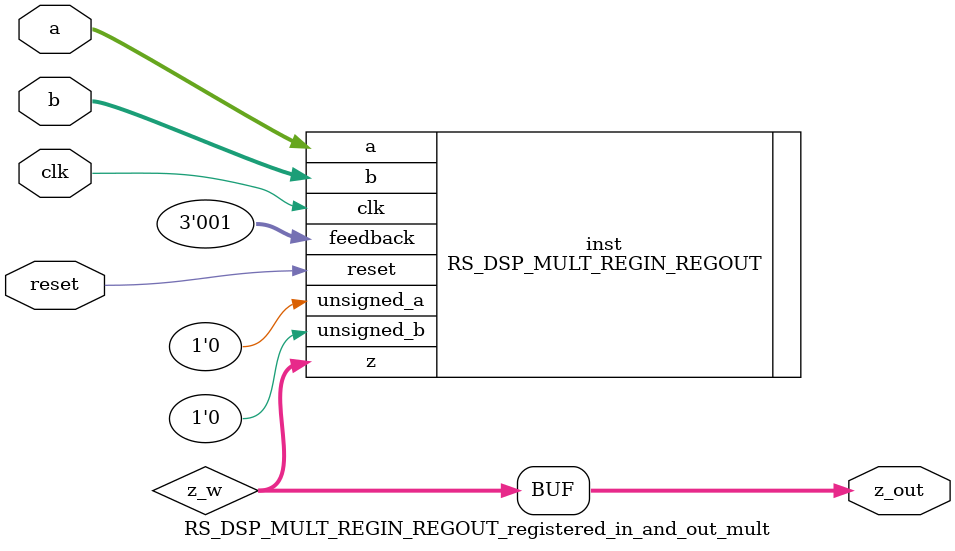
<source format=v>
module RS_DSP_MULT_REGIN_REGOUT_registered_in_and_out_mult (
    input wire clk, reset,
	input  wire [19:0] a,
    input  wire [17:0] b,
    output wire [37:0] z_out
    );

    parameter [79:0] MODE_BITS = 80'd0;
    
    wire [37:0] z_w;

	RS_DSP_MULT_REGIN_REGOUT #(
    .MODE_BITS(80'h00000000000000000000)) 
        inst(.a(a), .b(b), .z(z_w),. clk(clk), .reset(reset) ,. feedback(3'd1), .unsigned_a(1'b0), .unsigned_b(1'b0));
	
    assign z_out = z_w;

endmodule

</source>
